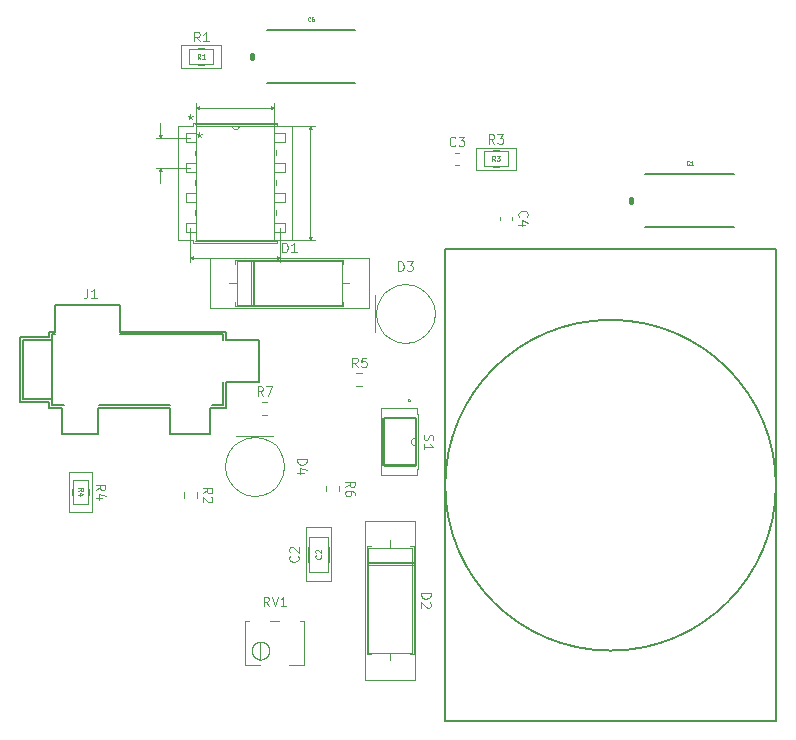
<source format=gbr>
%TF.GenerationSoftware,Flux,Pcbnew,7.0.11-7.0.11~ubuntu20.04.1*%
%TF.CreationDate,2024-06-09T09:19:32+00:00*%
%TF.ProjectId,input,696e7075-742e-46b6-9963-61645f706362,rev?*%
%TF.SameCoordinates,Original*%
%TF.FileFunction,Legend,Top*%
%TF.FilePolarity,Positive*%
%FSLAX46Y46*%
G04 Gerber Fmt 4.6, Leading zero omitted, Abs format (unit mm)*
G04 Filename: high-quality-audio-amplifier*
G04 Build it with Flux! Visit our site at: https://www.flux.ai (PCBNEW 7.0.11-7.0.11~ubuntu20.04.1) date 2024-06-09 09:19:32*
%MOMM*%
%LPD*%
G01*
G04 APERTURE LIST*
%ADD10C,0.057000*%
%ADD11C,0.095000*%
%ADD12C,0.047500*%
%ADD13C,0.037402*%
%ADD14C,0.095171*%
%ADD15C,0.095038*%
%ADD16C,0.152400*%
%ADD17C,0.100000*%
%ADD18C,0.120000*%
%ADD19C,0.050000*%
%ADD20C,0.400000*%
%ADD21C,0.200000*%
%ADD22C,0.127000*%
G04 APERTURE END LIST*
D10*
X-6673026Y-18226299D02*
X-6650169Y-18249156D01*
X-6650169Y-18249156D02*
X-6627311Y-18317728D01*
X-6627311Y-18317728D02*
X-6627311Y-18363442D01*
X-6627311Y-18363442D02*
X-6650169Y-18432013D01*
X-6650169Y-18432013D02*
X-6695883Y-18477728D01*
X-6695883Y-18477728D02*
X-6741597Y-18500585D01*
X-6741597Y-18500585D02*
X-6833026Y-18523442D01*
X-6833026Y-18523442D02*
X-6901597Y-18523442D01*
X-6901597Y-18523442D02*
X-6993026Y-18500585D01*
X-6993026Y-18500585D02*
X-7038740Y-18477728D01*
X-7038740Y-18477728D02*
X-7084454Y-18432013D01*
X-7084454Y-18432013D02*
X-7107311Y-18363442D01*
X-7107311Y-18363442D02*
X-7107311Y-18317728D01*
X-7107311Y-18317728D02*
X-7084454Y-18249156D01*
X-7084454Y-18249156D02*
X-7061597Y-18226299D01*
X-7061597Y-18043442D02*
X-7084454Y-18020585D01*
X-7084454Y-18020585D02*
X-7107311Y-17974871D01*
X-7107311Y-17974871D02*
X-7107311Y-17860585D01*
X-7107311Y-17860585D02*
X-7084454Y-17814871D01*
X-7084454Y-17814871D02*
X-7061597Y-17792013D01*
X-7061597Y-17792013D02*
X-7015883Y-17769156D01*
X-7015883Y-17769156D02*
X-6970169Y-17769156D01*
X-6970169Y-17769156D02*
X-6901597Y-17792013D01*
X-6901597Y-17792013D02*
X-6627311Y-18066299D01*
X-6627311Y-18066299D02*
X-6627311Y-17769156D01*
D11*
X-8607440Y-18279640D02*
X-8569345Y-18317736D01*
X-8569345Y-18317736D02*
X-8531249Y-18432021D01*
X-8531249Y-18432021D02*
X-8531249Y-18508212D01*
X-8531249Y-18508212D02*
X-8569345Y-18622498D01*
X-8569345Y-18622498D02*
X-8645535Y-18698688D01*
X-8645535Y-18698688D02*
X-8721725Y-18736783D01*
X-8721725Y-18736783D02*
X-8874106Y-18774879D01*
X-8874106Y-18774879D02*
X-8988392Y-18774879D01*
X-8988392Y-18774879D02*
X-9140773Y-18736783D01*
X-9140773Y-18736783D02*
X-9216964Y-18698688D01*
X-9216964Y-18698688D02*
X-9293154Y-18622498D01*
X-9293154Y-18622498D02*
X-9331249Y-18508212D01*
X-9331249Y-18508212D02*
X-9331249Y-18432021D01*
X-9331249Y-18432021D02*
X-9293154Y-18317736D01*
X-9293154Y-18317736D02*
X-9255059Y-18279640D01*
X-9255059Y-17974879D02*
X-9293154Y-17936783D01*
X-9293154Y-17936783D02*
X-9331249Y-17860593D01*
X-9331249Y-17860593D02*
X-9331249Y-17670117D01*
X-9331249Y-17670117D02*
X-9293154Y-17593926D01*
X-9293154Y-17593926D02*
X-9255059Y-17555831D01*
X-9255059Y-17555831D02*
X-9178868Y-17517736D01*
X-9178868Y-17517736D02*
X-9102678Y-17517736D01*
X-9102678Y-17517736D02*
X-8988392Y-17555831D01*
X-8988392Y-17555831D02*
X-8531249Y-18012974D01*
X-8531249Y-18012974D02*
X-8531249Y-17517736D01*
D12*
X8106733Y15163022D02*
X7973400Y15353498D01*
X7878162Y15163022D02*
X7878162Y15563022D01*
X7878162Y15563022D02*
X8030543Y15563022D01*
X8030543Y15563022D02*
X8068638Y15543974D01*
X8068638Y15543974D02*
X8087685Y15524927D01*
X8087685Y15524927D02*
X8106733Y15486831D01*
X8106733Y15486831D02*
X8106733Y15429689D01*
X8106733Y15429689D02*
X8087685Y15391593D01*
X8087685Y15391593D02*
X8068638Y15372546D01*
X8068638Y15372546D02*
X8030543Y15353498D01*
X8030543Y15353498D02*
X7878162Y15353498D01*
X8240066Y15563022D02*
X8487685Y15563022D01*
X8487685Y15563022D02*
X8354352Y15410641D01*
X8354352Y15410641D02*
X8411495Y15410641D01*
X8411495Y15410641D02*
X8449590Y15391593D01*
X8449590Y15391593D02*
X8468638Y15372546D01*
X8468638Y15372546D02*
X8487685Y15334450D01*
X8487685Y15334450D02*
X8487685Y15239212D01*
X8487685Y15239212D02*
X8468638Y15201117D01*
X8468638Y15201117D02*
X8449590Y15182070D01*
X8449590Y15182070D02*
X8411495Y15163022D01*
X8411495Y15163022D02*
X8297209Y15163022D01*
X8297209Y15163022D02*
X8259114Y15182070D01*
X8259114Y15182070D02*
X8240066Y15201117D01*
D11*
X8040067Y16630444D02*
X7773400Y17011397D01*
X7582924Y16630444D02*
X7582924Y17430444D01*
X7582924Y17430444D02*
X7887686Y17430444D01*
X7887686Y17430444D02*
X7963876Y17392349D01*
X7963876Y17392349D02*
X8001971Y17354254D01*
X8001971Y17354254D02*
X8040067Y17278063D01*
X8040067Y17278063D02*
X8040067Y17163778D01*
X8040067Y17163778D02*
X8001971Y17087587D01*
X8001971Y17087587D02*
X7963876Y17049492D01*
X7963876Y17049492D02*
X7887686Y17011397D01*
X7887686Y17011397D02*
X7582924Y17011397D01*
X8306733Y17430444D02*
X8801971Y17430444D01*
X8801971Y17430444D02*
X8535305Y17125682D01*
X8535305Y17125682D02*
X8649590Y17125682D01*
X8649590Y17125682D02*
X8725781Y17087587D01*
X8725781Y17087587D02*
X8763876Y17049492D01*
X8763876Y17049492D02*
X8801971Y16973301D01*
X8801971Y16973301D02*
X8801971Y16782825D01*
X8801971Y16782825D02*
X8763876Y16706635D01*
X8763876Y16706635D02*
X8725781Y16668540D01*
X8725781Y16668540D02*
X8649590Y16630444D01*
X8649590Y16630444D02*
X8421019Y16630444D01*
X8421019Y16630444D02*
X8344828Y16668540D01*
X8344828Y16668540D02*
X8306733Y16706635D01*
X-16930800Y17571144D02*
X-16930800Y17380668D01*
X-17121276Y17456859D02*
X-16930800Y17380668D01*
X-16930800Y17380668D02*
X-16740323Y17456859D01*
X-17045085Y17228287D02*
X-16930800Y17380668D01*
X-16930800Y17380668D02*
X-16816514Y17228287D01*
X-17692800Y19095144D02*
X-17692800Y18904668D01*
X-17883276Y18980859D02*
X-17692800Y18904668D01*
X-17692800Y18904668D02*
X-17502323Y18980859D01*
X-17807085Y18752287D02*
X-17692800Y18904668D01*
X-17692800Y18904668D02*
X-17578514Y18752287D01*
X1839049Y-21440221D02*
X2639049Y-21440221D01*
X2639049Y-21440221D02*
X2639049Y-21630697D01*
X2639049Y-21630697D02*
X2600954Y-21744983D01*
X2600954Y-21744983D02*
X2524764Y-21821173D01*
X2524764Y-21821173D02*
X2448573Y-21859268D01*
X2448573Y-21859268D02*
X2296192Y-21897364D01*
X2296192Y-21897364D02*
X2181906Y-21897364D01*
X2181906Y-21897364D02*
X2029525Y-21859268D01*
X2029525Y-21859268D02*
X1953335Y-21821173D01*
X1953335Y-21821173D02*
X1877145Y-21744983D01*
X1877145Y-21744983D02*
X1839049Y-21630697D01*
X1839049Y-21630697D02*
X1839049Y-21440221D01*
X2562859Y-22202125D02*
X2600954Y-22240221D01*
X2600954Y-22240221D02*
X2639049Y-22316411D01*
X2639049Y-22316411D02*
X2639049Y-22506887D01*
X2639049Y-22506887D02*
X2600954Y-22583078D01*
X2600954Y-22583078D02*
X2562859Y-22621173D01*
X2562859Y-22621173D02*
X2486668Y-22659268D01*
X2486668Y-22659268D02*
X2410478Y-22659268D01*
X2410478Y-22659268D02*
X2296192Y-22621173D01*
X2296192Y-22621173D02*
X1839049Y-22164030D01*
X1839049Y-22164030D02*
X1839049Y-22659268D01*
X2104240Y-8032073D02*
X2066144Y-8146359D01*
X2066144Y-8146359D02*
X2066144Y-8336835D01*
X2066144Y-8336835D02*
X2104240Y-8413026D01*
X2104240Y-8413026D02*
X2142335Y-8451121D01*
X2142335Y-8451121D02*
X2218525Y-8489216D01*
X2218525Y-8489216D02*
X2294716Y-8489216D01*
X2294716Y-8489216D02*
X2370906Y-8451121D01*
X2370906Y-8451121D02*
X2409001Y-8413026D01*
X2409001Y-8413026D02*
X2447097Y-8336835D01*
X2447097Y-8336835D02*
X2485192Y-8184454D01*
X2485192Y-8184454D02*
X2523287Y-8108264D01*
X2523287Y-8108264D02*
X2561382Y-8070169D01*
X2561382Y-8070169D02*
X2637573Y-8032073D01*
X2637573Y-8032073D02*
X2713763Y-8032073D01*
X2713763Y-8032073D02*
X2789954Y-8070169D01*
X2789954Y-8070169D02*
X2828049Y-8108264D01*
X2828049Y-8108264D02*
X2866144Y-8184454D01*
X2866144Y-8184454D02*
X2866144Y-8374931D01*
X2866144Y-8374931D02*
X2828049Y-8489216D01*
X2066144Y-9251121D02*
X2066144Y-8793978D01*
X2066144Y-9022550D02*
X2866144Y-9022550D01*
X2866144Y-9022550D02*
X2751859Y-8946359D01*
X2751859Y-8946359D02*
X2675668Y-8870169D01*
X2675668Y-8870169D02*
X2637573Y-8793978D01*
D12*
X-16846966Y23808522D02*
X-16980299Y23998998D01*
X-17075537Y23808522D02*
X-17075537Y24208522D01*
X-17075537Y24208522D02*
X-16923156Y24208522D01*
X-16923156Y24208522D02*
X-16885061Y24189474D01*
X-16885061Y24189474D02*
X-16866014Y24170427D01*
X-16866014Y24170427D02*
X-16846966Y24132331D01*
X-16846966Y24132331D02*
X-16846966Y24075189D01*
X-16846966Y24075189D02*
X-16866014Y24037093D01*
X-16866014Y24037093D02*
X-16885061Y24018046D01*
X-16885061Y24018046D02*
X-16923156Y23998998D01*
X-16923156Y23998998D02*
X-17075537Y23998998D01*
X-16466014Y23808522D02*
X-16694585Y23808522D01*
X-16580299Y23808522D02*
X-16580299Y24208522D01*
X-16580299Y24208522D02*
X-16618395Y24151379D01*
X-16618395Y24151379D02*
X-16656490Y24113284D01*
X-16656490Y24113284D02*
X-16694585Y24094236D01*
D11*
X-16913632Y25275944D02*
X-17180299Y25656897D01*
X-17370775Y25275944D02*
X-17370775Y26075944D01*
X-17370775Y26075944D02*
X-17066013Y26075944D01*
X-17066013Y26075944D02*
X-16989823Y26037849D01*
X-16989823Y26037849D02*
X-16951728Y25999754D01*
X-16951728Y25999754D02*
X-16913632Y25923563D01*
X-16913632Y25923563D02*
X-16913632Y25809278D01*
X-16913632Y25809278D02*
X-16951728Y25733087D01*
X-16951728Y25733087D02*
X-16989823Y25694992D01*
X-16989823Y25694992D02*
X-17066013Y25656897D01*
X-17066013Y25656897D02*
X-17370775Y25656897D01*
X-16151728Y25275944D02*
X-16608871Y25275944D01*
X-16380299Y25275944D02*
X-16380299Y26075944D01*
X-16380299Y26075944D02*
X-16456490Y25961659D01*
X-16456490Y25961659D02*
X-16532680Y25885468D01*
X-16532680Y25885468D02*
X-16608871Y25847373D01*
X-11040689Y-22525855D02*
X-11307356Y-22144902D01*
X-11497832Y-22525855D02*
X-11497832Y-21725855D01*
X-11497832Y-21725855D02*
X-11193070Y-21725855D01*
X-11193070Y-21725855D02*
X-11116880Y-21763950D01*
X-11116880Y-21763950D02*
X-11078785Y-21802045D01*
X-11078785Y-21802045D02*
X-11040689Y-21878236D01*
X-11040689Y-21878236D02*
X-11040689Y-21992521D01*
X-11040689Y-21992521D02*
X-11078785Y-22068712D01*
X-11078785Y-22068712D02*
X-11116880Y-22106807D01*
X-11116880Y-22106807D02*
X-11193070Y-22144902D01*
X-11193070Y-22144902D02*
X-11497832Y-22144902D01*
X-10812118Y-21725855D02*
X-10545451Y-22525855D01*
X-10545451Y-22525855D02*
X-10278785Y-21725855D01*
X-9593071Y-22525855D02*
X-10050214Y-22525855D01*
X-9821642Y-22525855D02*
X-9821642Y-21725855D01*
X-9821642Y-21725855D02*
X-9897833Y-21840140D01*
X-9897833Y-21840140D02*
X-9974023Y-21916331D01*
X-9974023Y-21916331D02*
X-10050214Y-21954426D01*
D12*
X-27175577Y-12797933D02*
X-26985101Y-12664600D01*
X-27175577Y-12569362D02*
X-26775577Y-12569362D01*
X-26775577Y-12569362D02*
X-26775577Y-12721743D01*
X-26775577Y-12721743D02*
X-26794625Y-12759838D01*
X-26794625Y-12759838D02*
X-26813672Y-12778885D01*
X-26813672Y-12778885D02*
X-26851768Y-12797933D01*
X-26851768Y-12797933D02*
X-26908910Y-12797933D01*
X-26908910Y-12797933D02*
X-26947006Y-12778885D01*
X-26947006Y-12778885D02*
X-26966053Y-12759838D01*
X-26966053Y-12759838D02*
X-26985101Y-12721743D01*
X-26985101Y-12721743D02*
X-26985101Y-12569362D01*
X-26908910Y-13140790D02*
X-27175577Y-13140790D01*
X-26756530Y-13045552D02*
X-27042244Y-12950314D01*
X-27042244Y-12950314D02*
X-27042244Y-13197933D01*
D11*
X-25708155Y-12731265D02*
X-25327202Y-12464598D01*
X-25708155Y-12274122D02*
X-24908155Y-12274122D01*
X-24908155Y-12274122D02*
X-24908155Y-12578884D01*
X-24908155Y-12578884D02*
X-24946250Y-12655074D01*
X-24946250Y-12655074D02*
X-24984345Y-12693169D01*
X-24984345Y-12693169D02*
X-25060536Y-12731265D01*
X-25060536Y-12731265D02*
X-25174821Y-12731265D01*
X-25174821Y-12731265D02*
X-25251012Y-12693169D01*
X-25251012Y-12693169D02*
X-25289107Y-12655074D01*
X-25289107Y-12655074D02*
X-25327202Y-12578884D01*
X-25327202Y-12578884D02*
X-25327202Y-12274122D01*
X-25174821Y-13416979D02*
X-25708155Y-13416979D01*
X-24870060Y-13226503D02*
X-25441488Y-13036026D01*
X-25441488Y-13036026D02*
X-25441488Y-13531265D01*
X10156635Y10424633D02*
X10118540Y10462729D01*
X10118540Y10462729D02*
X10080444Y10577014D01*
X10080444Y10577014D02*
X10080444Y10653205D01*
X10080444Y10653205D02*
X10118540Y10767491D01*
X10118540Y10767491D02*
X10194730Y10843681D01*
X10194730Y10843681D02*
X10270920Y10881776D01*
X10270920Y10881776D02*
X10423301Y10919872D01*
X10423301Y10919872D02*
X10537587Y10919872D01*
X10537587Y10919872D02*
X10689968Y10881776D01*
X10689968Y10881776D02*
X10766159Y10843681D01*
X10766159Y10843681D02*
X10842349Y10767491D01*
X10842349Y10767491D02*
X10880444Y10653205D01*
X10880444Y10653205D02*
X10880444Y10577014D01*
X10880444Y10577014D02*
X10842349Y10462729D01*
X10842349Y10462729D02*
X10804254Y10424633D01*
X10613778Y9738919D02*
X10080444Y9738919D01*
X10918540Y9929395D02*
X10347111Y10119872D01*
X10347111Y10119872D02*
X10347111Y9624633D01*
X-8648054Y-10091620D02*
X-7848054Y-10091620D01*
X-7848054Y-10091620D02*
X-7848054Y-10282096D01*
X-7848054Y-10282096D02*
X-7886149Y-10396382D01*
X-7886149Y-10396382D02*
X-7962339Y-10472572D01*
X-7962339Y-10472572D02*
X-8038530Y-10510667D01*
X-8038530Y-10510667D02*
X-8190911Y-10548763D01*
X-8190911Y-10548763D02*
X-8305197Y-10548763D01*
X-8305197Y-10548763D02*
X-8457578Y-10510667D01*
X-8457578Y-10510667D02*
X-8533768Y-10472572D01*
X-8533768Y-10472572D02*
X-8609959Y-10396382D01*
X-8609959Y-10396382D02*
X-8648054Y-10282096D01*
X-8648054Y-10282096D02*
X-8648054Y-10091620D01*
X-8114720Y-11234477D02*
X-8648054Y-11234477D01*
X-7809959Y-11044001D02*
X-8381387Y-10853524D01*
X-8381387Y-10853524D02*
X-8381387Y-11348763D01*
X4744467Y16486635D02*
X4706371Y16448540D01*
X4706371Y16448540D02*
X4592086Y16410444D01*
X4592086Y16410444D02*
X4515895Y16410444D01*
X4515895Y16410444D02*
X4401609Y16448540D01*
X4401609Y16448540D02*
X4325419Y16524730D01*
X4325419Y16524730D02*
X4287324Y16600920D01*
X4287324Y16600920D02*
X4249228Y16753301D01*
X4249228Y16753301D02*
X4249228Y16867587D01*
X4249228Y16867587D02*
X4287324Y17019968D01*
X4287324Y17019968D02*
X4325419Y17096159D01*
X4325419Y17096159D02*
X4401609Y17172349D01*
X4401609Y17172349D02*
X4515895Y17210444D01*
X4515895Y17210444D02*
X4592086Y17210444D01*
X4592086Y17210444D02*
X4706371Y17172349D01*
X4706371Y17172349D02*
X4744467Y17134254D01*
X5011133Y17210444D02*
X5506371Y17210444D01*
X5506371Y17210444D02*
X5239705Y16905682D01*
X5239705Y16905682D02*
X5353990Y16905682D01*
X5353990Y16905682D02*
X5430181Y16867587D01*
X5430181Y16867587D02*
X5468276Y16829492D01*
X5468276Y16829492D02*
X5506371Y16753301D01*
X5506371Y16753301D02*
X5506371Y16562825D01*
X5506371Y16562825D02*
X5468276Y16486635D01*
X5468276Y16486635D02*
X5430181Y16448540D01*
X5430181Y16448540D02*
X5353990Y16410444D01*
X5353990Y16410444D02*
X5125419Y16410444D01*
X5125419Y16410444D02*
X5049228Y16448540D01*
X5049228Y16448540D02*
X5011133Y16486635D01*
D13*
X24530906Y14864334D02*
X24515908Y14849336D01*
X24515908Y14849336D02*
X24470914Y14834337D01*
X24470914Y14834337D02*
X24440918Y14834337D01*
X24440918Y14834337D02*
X24395923Y14849336D01*
X24395923Y14849336D02*
X24365927Y14879332D01*
X24365927Y14879332D02*
X24350929Y14909328D01*
X24350929Y14909328D02*
X24335931Y14969320D01*
X24335931Y14969320D02*
X24335931Y15014315D01*
X24335931Y15014315D02*
X24350929Y15074307D01*
X24350929Y15074307D02*
X24365927Y15104303D01*
X24365927Y15104303D02*
X24395923Y15134299D01*
X24395923Y15134299D02*
X24440918Y15149297D01*
X24440918Y15149297D02*
X24470914Y15149297D01*
X24470914Y15149297D02*
X24515908Y15134299D01*
X24515908Y15134299D02*
X24530906Y15119301D01*
X24830868Y14834337D02*
X24650891Y14834337D01*
X24740879Y14834337D02*
X24740879Y15149297D01*
X24740879Y15149297D02*
X24710883Y15104303D01*
X24710883Y15104303D02*
X24680887Y15074307D01*
X24680887Y15074307D02*
X24650891Y15059309D01*
D14*
D15*
X-26436373Y4339618D02*
X-26436373Y3767961D01*
X-26436373Y3767961D02*
X-26474484Y3653629D01*
X-26474484Y3653629D02*
X-26550705Y3577409D01*
X-26550705Y3577409D02*
X-26665036Y3539298D01*
X-26665036Y3539298D02*
X-26741257Y3539298D01*
X-25636053Y3539298D02*
X-26093379Y3539298D01*
X-25864716Y3539298D02*
X-25864716Y4339618D01*
X-25864716Y4339618D02*
X-25940937Y4225287D01*
X-25940937Y4225287D02*
X-26017158Y4149066D01*
X-26017158Y4149066D02*
X-26093379Y4110955D01*
D11*
X-4586355Y-12446866D02*
X-4205402Y-12180199D01*
X-4586355Y-11989723D02*
X-3786355Y-11989723D01*
X-3786355Y-11989723D02*
X-3786355Y-12294485D01*
X-3786355Y-12294485D02*
X-3824450Y-12370675D01*
X-3824450Y-12370675D02*
X-3862545Y-12408770D01*
X-3862545Y-12408770D02*
X-3938736Y-12446866D01*
X-3938736Y-12446866D02*
X-4053021Y-12446866D01*
X-4053021Y-12446866D02*
X-4129212Y-12408770D01*
X-4129212Y-12408770D02*
X-4167307Y-12370675D01*
X-4167307Y-12370675D02*
X-4205402Y-12294485D01*
X-4205402Y-12294485D02*
X-4205402Y-11989723D01*
X-3786355Y-13132580D02*
X-3786355Y-12980199D01*
X-3786355Y-12980199D02*
X-3824450Y-12904008D01*
X-3824450Y-12904008D02*
X-3862545Y-12865913D01*
X-3862545Y-12865913D02*
X-3976831Y-12789723D01*
X-3976831Y-12789723D02*
X-4129212Y-12751627D01*
X-4129212Y-12751627D02*
X-4433974Y-12751627D01*
X-4433974Y-12751627D02*
X-4510164Y-12789723D01*
X-4510164Y-12789723D02*
X-4548260Y-12827818D01*
X-4548260Y-12827818D02*
X-4586355Y-12904008D01*
X-4586355Y-12904008D02*
X-4586355Y-13056389D01*
X-4586355Y-13056389D02*
X-4548260Y-13132580D01*
X-4548260Y-13132580D02*
X-4510164Y-13170675D01*
X-4510164Y-13170675D02*
X-4433974Y-13208770D01*
X-4433974Y-13208770D02*
X-4243498Y-13208770D01*
X-4243498Y-13208770D02*
X-4167307Y-13170675D01*
X-4167307Y-13170675D02*
X-4129212Y-13132580D01*
X-4129212Y-13132580D02*
X-4091117Y-13056389D01*
X-4091117Y-13056389D02*
X-4091117Y-12904008D01*
X-4091117Y-12904008D02*
X-4129212Y-12827818D01*
X-4129212Y-12827818D02*
X-4167307Y-12789723D01*
X-4167307Y-12789723D02*
X-4243498Y-12751627D01*
X-16628155Y-12988366D02*
X-16247202Y-12721699D01*
X-16628155Y-12531223D02*
X-15828155Y-12531223D01*
X-15828155Y-12531223D02*
X-15828155Y-12835985D01*
X-15828155Y-12835985D02*
X-15866250Y-12912175D01*
X-15866250Y-12912175D02*
X-15904345Y-12950270D01*
X-15904345Y-12950270D02*
X-15980536Y-12988366D01*
X-15980536Y-12988366D02*
X-16094821Y-12988366D01*
X-16094821Y-12988366D02*
X-16171012Y-12950270D01*
X-16171012Y-12950270D02*
X-16209107Y-12912175D01*
X-16209107Y-12912175D02*
X-16247202Y-12835985D01*
X-16247202Y-12835985D02*
X-16247202Y-12531223D01*
X-15904345Y-13293127D02*
X-15866250Y-13331223D01*
X-15866250Y-13331223D02*
X-15828155Y-13407413D01*
X-15828155Y-13407413D02*
X-15828155Y-13597889D01*
X-15828155Y-13597889D02*
X-15866250Y-13674080D01*
X-15866250Y-13674080D02*
X-15904345Y-13712175D01*
X-15904345Y-13712175D02*
X-15980536Y-13750270D01*
X-15980536Y-13750270D02*
X-16056726Y-13750270D01*
X-16056726Y-13750270D02*
X-16171012Y-13712175D01*
X-16171012Y-13712175D02*
X-16628155Y-13255032D01*
X-16628155Y-13255032D02*
X-16628155Y-13750270D01*
X-11551232Y-4727955D02*
X-11817899Y-4347002D01*
X-12008375Y-4727955D02*
X-12008375Y-3927955D01*
X-12008375Y-3927955D02*
X-11703613Y-3927955D01*
X-11703613Y-3927955D02*
X-11627423Y-3966050D01*
X-11627423Y-3966050D02*
X-11589328Y-4004145D01*
X-11589328Y-4004145D02*
X-11551232Y-4080336D01*
X-11551232Y-4080336D02*
X-11551232Y-4194621D01*
X-11551232Y-4194621D02*
X-11589328Y-4270812D01*
X-11589328Y-4270812D02*
X-11627423Y-4308907D01*
X-11627423Y-4308907D02*
X-11703613Y-4347002D01*
X-11703613Y-4347002D02*
X-12008375Y-4347002D01*
X-11284566Y-3927955D02*
X-10751232Y-3927955D01*
X-10751232Y-3927955D02*
X-11094090Y-4727955D01*
D13*
X-7545393Y27047334D02*
X-7560391Y27032336D01*
X-7560391Y27032336D02*
X-7605385Y27017337D01*
X-7605385Y27017337D02*
X-7635381Y27017337D01*
X-7635381Y27017337D02*
X-7680376Y27032336D01*
X-7680376Y27032336D02*
X-7710372Y27062332D01*
X-7710372Y27062332D02*
X-7725370Y27092328D01*
X-7725370Y27092328D02*
X-7740368Y27152320D01*
X-7740368Y27152320D02*
X-7740368Y27197315D01*
X-7740368Y27197315D02*
X-7725370Y27257307D01*
X-7725370Y27257307D02*
X-7710372Y27287303D01*
X-7710372Y27287303D02*
X-7680376Y27317299D01*
X-7680376Y27317299D02*
X-7635381Y27332297D01*
X-7635381Y27332297D02*
X-7605385Y27332297D01*
X-7605385Y27332297D02*
X-7560391Y27317299D01*
X-7560391Y27317299D02*
X-7545393Y27302301D01*
X-7275427Y27332297D02*
X-7335420Y27332297D01*
X-7335420Y27332297D02*
X-7365416Y27317299D01*
X-7365416Y27317299D02*
X-7380414Y27302301D01*
X-7380414Y27302301D02*
X-7410410Y27257307D01*
X-7410410Y27257307D02*
X-7425408Y27197315D01*
X-7425408Y27197315D02*
X-7425408Y27077330D01*
X-7425408Y27077330D02*
X-7410410Y27047334D01*
X-7410410Y27047334D02*
X-7395412Y27032336D01*
X-7395412Y27032336D02*
X-7365416Y27017337D01*
X-7365416Y27017337D02*
X-7305423Y27017337D01*
X-7305423Y27017337D02*
X-7275427Y27032336D01*
X-7275427Y27032336D02*
X-7260429Y27047334D01*
X-7260429Y27047334D02*
X-7245431Y27077330D01*
X-7245431Y27077330D02*
X-7245431Y27152320D01*
X-7245431Y27152320D02*
X-7260429Y27182316D01*
X-7260429Y27182316D02*
X-7275427Y27197315D01*
X-7275427Y27197315D02*
X-7305423Y27212313D01*
X-7305423Y27212313D02*
X-7365416Y27212313D01*
X-7365416Y27212313D02*
X-7395412Y27197315D01*
X-7395412Y27197315D02*
X-7410410Y27182316D01*
X-7410410Y27182316D02*
X-7425408Y27152320D01*
D11*
X-86275Y5848244D02*
X-86275Y6648244D01*
X-86275Y6648244D02*
X104200Y6648244D01*
X104200Y6648244D02*
X218486Y6610149D01*
X218486Y6610149D02*
X294676Y6533959D01*
X294676Y6533959D02*
X332771Y6457768D01*
X332771Y6457768D02*
X370867Y6305387D01*
X370867Y6305387D02*
X370867Y6191101D01*
X370867Y6191101D02*
X332771Y6038720D01*
X332771Y6038720D02*
X294676Y5962530D01*
X294676Y5962530D02*
X218486Y5886340D01*
X218486Y5886340D02*
X104200Y5848244D01*
X104200Y5848244D02*
X-86275Y5848244D01*
X637533Y6648244D02*
X1132771Y6648244D01*
X1132771Y6648244D02*
X866105Y6343482D01*
X866105Y6343482D02*
X980390Y6343482D01*
X980390Y6343482D02*
X1056581Y6305387D01*
X1056581Y6305387D02*
X1094676Y6267292D01*
X1094676Y6267292D02*
X1132771Y6191101D01*
X1132771Y6191101D02*
X1132771Y6000625D01*
X1132771Y6000625D02*
X1094676Y5924435D01*
X1094676Y5924435D02*
X1056581Y5886340D01*
X1056581Y5886340D02*
X980390Y5848244D01*
X980390Y5848244D02*
X751819Y5848244D01*
X751819Y5848244D02*
X675628Y5886340D01*
X675628Y5886340D02*
X637533Y5924435D01*
X-3542832Y-2287455D02*
X-3809499Y-1906502D01*
X-3999975Y-2287455D02*
X-3999975Y-1487455D01*
X-3999975Y-1487455D02*
X-3695213Y-1487455D01*
X-3695213Y-1487455D02*
X-3619023Y-1525550D01*
X-3619023Y-1525550D02*
X-3580928Y-1563645D01*
X-3580928Y-1563645D02*
X-3542832Y-1639836D01*
X-3542832Y-1639836D02*
X-3542832Y-1754121D01*
X-3542832Y-1754121D02*
X-3580928Y-1830312D01*
X-3580928Y-1830312D02*
X-3619023Y-1868407D01*
X-3619023Y-1868407D02*
X-3695213Y-1906502D01*
X-3695213Y-1906502D02*
X-3999975Y-1906502D01*
X-2819023Y-1487455D02*
X-3199975Y-1487455D01*
X-3199975Y-1487455D02*
X-3238071Y-1868407D01*
X-3238071Y-1868407D02*
X-3199975Y-1830312D01*
X-3199975Y-1830312D02*
X-3123785Y-1792217D01*
X-3123785Y-1792217D02*
X-2933309Y-1792217D01*
X-2933309Y-1792217D02*
X-2857118Y-1830312D01*
X-2857118Y-1830312D02*
X-2819023Y-1868407D01*
X-2819023Y-1868407D02*
X-2780928Y-1944598D01*
X-2780928Y-1944598D02*
X-2780928Y-2135074D01*
X-2780928Y-2135074D02*
X-2819023Y-2211264D01*
X-2819023Y-2211264D02*
X-2857118Y-2249360D01*
X-2857118Y-2249360D02*
X-2933309Y-2287455D01*
X-2933309Y-2287455D02*
X-3123785Y-2287455D01*
X-3123785Y-2287455D02*
X-3199975Y-2249360D01*
X-3199975Y-2249360D02*
X-3238071Y-2211264D01*
X-9904975Y7438944D02*
X-9904975Y8238944D01*
X-9904975Y8238944D02*
X-9714499Y8238944D01*
X-9714499Y8238944D02*
X-9600213Y8200849D01*
X-9600213Y8200849D02*
X-9524023Y8124659D01*
X-9524023Y8124659D02*
X-9485928Y8048468D01*
X-9485928Y8048468D02*
X-9447832Y7896087D01*
X-9447832Y7896087D02*
X-9447832Y7781801D01*
X-9447832Y7781801D02*
X-9485928Y7629420D01*
X-9485928Y7629420D02*
X-9524023Y7553230D01*
X-9524023Y7553230D02*
X-9600213Y7477040D01*
X-9600213Y7477040D02*
X-9714499Y7438944D01*
X-9714499Y7438944D02*
X-9904975Y7438944D01*
X-8685928Y7438944D02*
X-9143071Y7438944D01*
X-8914499Y7438944D02*
X-8914499Y8238944D01*
X-8914499Y8238944D02*
X-8990690Y8124659D01*
X-8990690Y8124659D02*
X-9066880Y8048468D01*
X-9066880Y8048468D02*
X-9143071Y8010373D01*
D16*
%TO.C,*%
X31883400Y-12296700D02*
G75*
G03*
X3883400Y-12296700I-14000000J0D01*
G01*
X3883400Y-12296700D02*
G75*
G03*
X31883400Y-12296700I14000000J0D01*
G01*
D17*
X-7646399Y-19646303D02*
X-6046399Y-19646297D01*
X-6046399Y-19646297D02*
X-6046410Y-16646297D01*
X-6046410Y-16646297D02*
X-7646410Y-16646303D01*
X-7646410Y-16646303D02*
X-7646399Y-19646303D01*
D18*
X-7766402Y-18775303D02*
X-7766407Y-17517303D01*
X-5926402Y-18775297D02*
X-5926407Y-17517297D01*
D19*
X-7896396Y-20446304D02*
X-5796396Y-20446296D01*
X-5796396Y-20446296D02*
X-5796413Y-15846296D01*
X-5796413Y-15846296D02*
X-7896413Y-15846304D01*
X-7896413Y-15846304D02*
X-7896396Y-20446304D01*
D17*
X9173400Y15970600D02*
X9173400Y14720600D01*
X7173400Y14720600D02*
X7173400Y15970600D01*
X9173400Y15970600D02*
X7173400Y15970600D01*
X7173400Y14720600D02*
X9173400Y14720600D01*
D19*
X9853400Y14395600D02*
X6493400Y14395600D01*
X9853400Y16295600D02*
X9853400Y14395600D01*
X6493400Y16295600D02*
X9853400Y16295600D01*
X6493400Y14395600D02*
X6493400Y16295600D01*
D18*
X7946300Y14610600D02*
X8400500Y14610600D01*
X7946300Y16080600D02*
X8400500Y16080600D01*
D17*
X-13578000Y18152300D02*
X-13580608Y18112516D01*
X-13580608Y18112516D02*
X-13588386Y18073412D01*
X-13588386Y18073412D02*
X-13601202Y18035658D01*
X-13601202Y18035658D02*
X-13618835Y17999900D01*
X-13618835Y17999900D02*
X-13640986Y17966750D01*
X-13640986Y17966750D02*
X-13667274Y17936774D01*
X-13667274Y17936774D02*
X-13697250Y17910486D01*
X-13697250Y17910486D02*
X-13730400Y17888335D01*
X-13730400Y17888335D02*
X-13766158Y17870702D01*
X-13766158Y17870702D02*
X-13803912Y17857886D01*
X-13803912Y17857886D02*
X-13843016Y17850108D01*
X-13843016Y17850108D02*
X-13882800Y17847500D01*
X-13882800Y17847500D02*
X-13922584Y17850108D01*
X-13922584Y17850108D02*
X-13961688Y17857886D01*
X-13961688Y17857886D02*
X-13999442Y17870702D01*
X-13999442Y17870702D02*
X-14035200Y17888335D01*
X-14035200Y17888335D02*
X-14068350Y17910486D01*
X-14068350Y17910486D02*
X-14098326Y17936774D01*
X-14098326Y17936774D02*
X-14124614Y17966750D01*
X-14124614Y17966750D02*
X-14146765Y17999900D01*
X-14146765Y17999900D02*
X-14164398Y18035658D01*
X-14164398Y18035658D02*
X-14177214Y18073412D01*
X-14177214Y18073412D02*
X-14184992Y18112516D01*
X-14184992Y18112516D02*
X-14187600Y18152300D01*
X-17184800Y16729900D02*
X-17184800Y17542700D01*
X-17184800Y17542700D02*
X-18099200Y17542700D01*
X-18099200Y17542700D02*
X-18099200Y16729900D01*
X-18099200Y16729900D02*
X-17184800Y16729900D01*
X-17184800Y14189900D02*
X-17184800Y15002700D01*
X-17184800Y15002700D02*
X-18099200Y15002700D01*
X-18099200Y15002700D02*
X-18099200Y14189900D01*
X-18099200Y14189900D02*
X-17184800Y14189900D01*
X-17184800Y11649900D02*
X-17184800Y12462700D01*
X-17184800Y12462700D02*
X-18099200Y12462700D01*
X-18099200Y12462700D02*
X-18099200Y11649900D01*
X-18099200Y11649900D02*
X-17184800Y11649900D01*
X-17184800Y9109900D02*
X-17184800Y9922700D01*
X-17184800Y9922700D02*
X-18099200Y9922700D01*
X-18099200Y9922700D02*
X-18099200Y9109900D01*
X-18099200Y9109900D02*
X-17184800Y9109900D01*
X-10580800Y9922700D02*
X-10580800Y9109900D01*
X-10580800Y9109900D02*
X-9666400Y9109900D01*
X-9666400Y9109900D02*
X-9666400Y9922700D01*
X-9666400Y9922700D02*
X-10580800Y9922700D01*
X-10580800Y12462700D02*
X-10580800Y11649900D01*
X-10580800Y11649900D02*
X-9666400Y11649900D01*
X-9666400Y11649900D02*
X-9666400Y12462700D01*
X-9666400Y12462700D02*
X-10580800Y12462700D01*
X-10580800Y15002700D02*
X-10580800Y14189900D01*
X-10580800Y14189900D02*
X-9666400Y14189900D01*
X-9666400Y14189900D02*
X-9666400Y15002700D01*
X-9666400Y15002700D02*
X-10580800Y15002700D01*
X-10580800Y17542700D02*
X-10580800Y16729900D01*
X-10580800Y16729900D02*
X-9666400Y16729900D01*
X-9666400Y16729900D02*
X-9666400Y17542700D01*
X-9666400Y17542700D02*
X-10580800Y17542700D01*
X-17184800Y8500300D02*
X-10580800Y8500300D01*
X-10580800Y8500300D02*
X-10580800Y18152300D01*
X-10580800Y18152300D02*
X-17184800Y18152300D01*
X-17184800Y18152300D02*
X-17184800Y8500300D01*
D19*
X-18708800Y8500300D02*
X-18708800Y18152300D01*
X-18708800Y18152300D02*
X-17438800Y18152300D01*
X-9056800Y18152300D02*
X-10326800Y18152300D01*
X-9056800Y18152300D02*
X-9056800Y8500300D01*
X-9056800Y8500300D02*
X-10326800Y8500300D01*
X-17438800Y8500300D02*
X-18708800Y8500300D01*
X-17438800Y8246300D02*
X-17438800Y8500300D01*
X-17438800Y18152300D02*
X-17438800Y18406300D01*
X-17438800Y18406300D02*
X-10326800Y18406300D01*
X-10326800Y18406300D02*
X-10326800Y18152300D01*
X-10326800Y8500300D02*
X-10326800Y8246300D01*
X-10326800Y8246300D02*
X-17438800Y8246300D01*
D17*
X-17692800Y17136300D02*
X-20613800Y17136300D01*
X-17692800Y14596300D02*
X-20613800Y14596300D01*
X-20232800Y17136300D02*
X-20232800Y18406300D01*
X-20232800Y14596300D02*
X-20232800Y13326300D01*
X-20232800Y17136300D02*
X-20359800Y17390300D01*
X-20232800Y17136300D02*
X-20105800Y17390300D01*
X-20359800Y17390300D02*
X-20105800Y17390300D01*
X-20232800Y14596300D02*
X-20359800Y14342300D01*
X-20232800Y14596300D02*
X-20105800Y14342300D01*
X-20359800Y14342300D02*
X-20105800Y14342300D01*
X-17692800Y9516300D02*
X-17692800Y6595300D01*
X-10072800Y9516300D02*
X-10072800Y6595300D01*
X-17692800Y6976300D02*
X-10072800Y6976300D01*
X-17692800Y6976300D02*
X-17438800Y7103300D01*
X-17692800Y6976300D02*
X-17438800Y6849300D01*
X-17438800Y7103300D02*
X-17438800Y6849300D01*
X-10072800Y6976300D02*
X-10326800Y7103300D01*
X-10072800Y6976300D02*
X-10326800Y6849300D01*
X-10326800Y7103300D02*
X-10326800Y6849300D01*
X-17184800Y9516300D02*
X-17184800Y20057300D01*
X-10580800Y9516300D02*
X-10580800Y20057300D01*
X-17184800Y19676300D02*
X-10580800Y19676300D01*
X-17184800Y19676300D02*
X-16930800Y19803300D01*
X-17184800Y19676300D02*
X-16930800Y19549300D01*
X-16930800Y19803300D02*
X-16930800Y19549300D01*
X-10580800Y19676300D02*
X-10834800Y19803300D01*
X-10580800Y19676300D02*
X-10834800Y19549300D01*
X-10834800Y19803300D02*
X-10834800Y19549300D01*
X-13882800Y18152300D02*
X-7151800Y18152300D01*
X-13882800Y8500300D02*
X-7151800Y8500300D01*
X-7532800Y18152300D02*
X-7532800Y8500300D01*
X-7532800Y18152300D02*
X-7659800Y17898300D01*
X-7532800Y18152300D02*
X-7405800Y17898300D01*
X-7659800Y17898300D02*
X-7405800Y17898300D01*
X-7532800Y8500300D02*
X-7659800Y8754300D01*
X-7532800Y8500300D02*
X-7405800Y8754300D01*
X-7659800Y8754300D02*
X-7405800Y8754300D01*
D18*
X-17311800Y8373300D02*
X-10453800Y8373300D01*
X-10453800Y10542600D02*
X-10453800Y11030000D01*
X-10453800Y18279300D02*
X-17311800Y18279300D01*
X-17311800Y16041600D02*
X-17311800Y15622600D01*
X-17311800Y13570000D02*
X-17311800Y13082600D01*
X-17311800Y11030000D02*
X-17311800Y10542600D01*
X-10453800Y13082600D02*
X-10453800Y13570000D01*
X-10453800Y15622600D02*
X-10453800Y16110000D01*
D19*
X-9056800Y8500300D02*
X-9056800Y18152300D01*
X-9056800Y18152300D02*
X-10326800Y18152300D01*
X-10326800Y18152300D02*
X-10326800Y18406300D01*
X-10326800Y18406300D02*
X-17438800Y18406300D01*
X-17438800Y18406300D02*
X-17438800Y18152300D01*
X-17438800Y18152300D02*
X-18708800Y18152300D01*
X-18708800Y18152300D02*
X-18708800Y8500300D01*
X-18708800Y8500300D02*
X-17438800Y8500300D01*
X-17438800Y8500300D02*
X-17438800Y8246300D01*
X-17438800Y8246300D02*
X-10326800Y8246300D01*
X-10326800Y8246300D02*
X-10326800Y8500300D01*
X-10326800Y8500300D02*
X-9056800Y8500300D01*
D17*
X1084201Y-17580698D02*
X-2615799Y-17580702D01*
X-2615799Y-17580702D02*
X-2615790Y-26480702D01*
X-2615790Y-26480702D02*
X1084210Y-26480698D01*
X1084210Y-26480698D02*
X1084201Y-17580698D01*
X-765800Y-16950700D02*
X-765799Y-17580700D01*
X-765790Y-27110700D02*
X-765790Y-26480700D01*
X1084202Y-18915698D02*
X-2615798Y-18915702D01*
X1084202Y-19015698D02*
X-2615798Y-19015702D01*
X1084202Y-18815698D02*
X-2615798Y-18815702D01*
D18*
X874201Y-17460698D02*
X1204201Y-17460698D01*
X1204201Y-17460698D02*
X1204210Y-26600698D01*
X1204210Y-26600698D02*
X874210Y-26600698D01*
X-2405799Y-17460702D02*
X-2735799Y-17460702D01*
X-2735799Y-17460702D02*
X-2735790Y-26600702D01*
X-2735790Y-26600702D02*
X-2405790Y-26600702D01*
X1204202Y-18915698D02*
X-2735798Y-18915702D01*
X1204202Y-19035698D02*
X-2735798Y-19035702D01*
X1204202Y-18795698D02*
X-2735798Y-18795702D01*
D19*
X1334198Y-15300698D02*
X-2865802Y-15300702D01*
X-2865802Y-15300702D02*
X-2865788Y-28760702D01*
X-2865788Y-28760702D02*
X1334212Y-28760698D01*
X1334212Y-28760698D02*
X1334198Y-15300698D01*
D16*
X-1380602Y-6607401D02*
X-1380598Y-10607401D01*
X1292898Y-6590799D02*
X-1307102Y-6590801D01*
X1380798Y-6573499D02*
X1380802Y-10573499D01*
X1292902Y-10590799D02*
X-1307098Y-10590801D01*
D17*
X1288300Y-8895599D02*
X1248516Y-8892991D01*
X1248516Y-8892991D02*
X1209412Y-8885213D01*
X1209412Y-8885213D02*
X1171658Y-8872397D01*
X1171658Y-8872397D02*
X1135900Y-8854763D01*
X1135900Y-8854763D02*
X1102750Y-8832613D01*
X1102750Y-8832613D02*
X1072774Y-8806325D01*
X1072774Y-8806325D02*
X1046486Y-8776349D01*
X1046486Y-8776349D02*
X1024336Y-8743199D01*
X1024336Y-8743199D02*
X1006702Y-8707441D01*
X1006702Y-8707441D02*
X993886Y-8669687D01*
X993886Y-8669687D02*
X986108Y-8630583D01*
X986108Y-8630583D02*
X983500Y-8590799D01*
X983500Y-8590799D02*
X986108Y-8551015D01*
X986108Y-8551015D02*
X993886Y-8511911D01*
X993886Y-8511911D02*
X1006701Y-8474157D01*
X1006701Y-8474157D02*
X1024335Y-8438399D01*
X1024335Y-8438399D02*
X1046486Y-8405248D01*
X1046486Y-8405248D02*
X1072774Y-8375273D01*
X1072774Y-8375273D02*
X1102749Y-8348985D01*
X1102749Y-8348985D02*
X1135900Y-8326834D01*
X1135900Y-8326834D02*
X1171658Y-8309200D01*
X1171658Y-8309200D02*
X1209412Y-8296385D01*
X1209412Y-8296385D02*
X1248515Y-8288606D01*
X1248515Y-8288606D02*
X1288300Y-8285999D01*
X1288298Y-6495299D02*
X-1302502Y-6495301D01*
X1288302Y-10686299D02*
X1288298Y-6495299D01*
X-1302498Y-10686301D02*
X1288302Y-10686299D01*
X-1302502Y-6495301D02*
X-1302498Y-10686301D01*
D18*
X792897Y-5164399D02*
X772191Y-5161673D01*
X772191Y-5161673D02*
X752896Y-5153681D01*
X752896Y-5153681D02*
X736328Y-5140968D01*
X736328Y-5140968D02*
X723614Y-5124399D01*
X723614Y-5124399D02*
X715622Y-5105105D01*
X715622Y-5105105D02*
X712896Y-5084399D01*
X712896Y-5084399D02*
X715622Y-5063694D01*
X715622Y-5063694D02*
X723614Y-5044399D01*
X723614Y-5044399D02*
X736328Y-5027831D01*
X736328Y-5027831D02*
X752896Y-5015117D01*
X752896Y-5015117D02*
X772191Y-5007125D01*
X772191Y-5007125D02*
X792896Y-5004399D01*
X792896Y-5004399D02*
X813602Y-5007125D01*
X813602Y-5007125D02*
X832896Y-5015117D01*
X832896Y-5015117D02*
X849465Y-5027831D01*
X849465Y-5027831D02*
X862178Y-5044399D01*
X862178Y-5044399D02*
X870170Y-5063694D01*
X870170Y-5063694D02*
X872896Y-5084399D01*
X872896Y-5084399D02*
X870171Y-5105105D01*
X870171Y-5105105D02*
X862178Y-5124399D01*
X862178Y-5124399D02*
X849465Y-5140968D01*
X849465Y-5140968D02*
X832896Y-5153681D01*
X832896Y-5153681D02*
X813602Y-5161673D01*
X813602Y-5161673D02*
X792897Y-5164399D01*
D19*
X-1531002Y-6241302D02*
X-1531003Y-5732002D01*
X-1556502Y-6241302D02*
X-1531002Y-6241302D01*
X-1556498Y-10940302D02*
X-1556502Y-6241302D01*
X-1530998Y-10940302D02*
X-1556498Y-10940302D01*
X-1530997Y-11449602D02*
X-1530998Y-10940302D01*
X1516803Y-11449598D02*
X-1530997Y-11449602D01*
X1516802Y-10940298D02*
X1516803Y-11449598D01*
X1542302Y-10940298D02*
X1516802Y-10940298D01*
X1542298Y-6241298D02*
X1542302Y-10940298D01*
X1516798Y-6241298D02*
X1542298Y-6241298D01*
X1516797Y-5731998D02*
X1516798Y-6241298D01*
X-1531003Y-5732002D02*
X1516797Y-5731998D01*
D18*
X1415301Y-9706099D02*
X1415299Y-7475499D01*
X-1429501Y-7475501D02*
X-1429499Y-9706101D01*
D19*
X-1556498Y-10940302D02*
X-1556502Y-6241302D01*
X-1530998Y-10940302D02*
X-1556498Y-10940302D01*
X1542302Y-10940298D02*
X1516802Y-10940298D01*
X1542298Y-6241298D02*
X1542302Y-10940298D01*
X1516798Y-6241298D02*
X1542298Y-6241298D01*
X-1556502Y-6241302D02*
X-1531002Y-6241302D01*
X-1531003Y-5732002D02*
X-1531002Y-6241302D01*
X-1530997Y-11449602D02*
X-1530998Y-10940302D01*
X1516803Y-11449598D02*
X-1530997Y-11449602D01*
X1516803Y-11449598D02*
X1516802Y-10940298D01*
X1516797Y-5731998D02*
X1516798Y-6241298D01*
X-1531003Y-5732002D02*
X1516797Y-5731998D01*
D17*
X-15780300Y24616100D02*
X-15780300Y23366100D01*
X-17780300Y23366100D02*
X-17780300Y24616100D01*
X-15780300Y24616100D02*
X-17780300Y24616100D01*
X-17780300Y23366100D02*
X-15780300Y23366100D01*
D19*
X-15100300Y23041100D02*
X-18460300Y23041100D01*
X-15100300Y24941100D02*
X-15100300Y23041100D01*
X-18460300Y24941100D02*
X-15100300Y24941100D01*
X-18460300Y23041100D02*
X-18460300Y24941100D01*
D18*
X-17007400Y23256100D02*
X-16553200Y23256100D01*
X-17007400Y24726100D02*
X-16553200Y24726100D01*
D17*
X-11014500Y-26310700D02*
X-11040056Y-26504814D01*
X-11040056Y-26504814D02*
X-11114981Y-26685700D01*
X-11114981Y-26685700D02*
X-11234170Y-26841030D01*
X-11234170Y-26841030D02*
X-11389500Y-26960219D01*
X-11389500Y-26960219D02*
X-11570386Y-27035144D01*
X-11570386Y-27035144D02*
X-11764500Y-27060700D01*
X-11764500Y-27060700D02*
X-11958614Y-27035144D01*
X-11958614Y-27035144D02*
X-12139500Y-26960219D01*
X-12139500Y-26960219D02*
X-12294830Y-26841030D01*
X-12294830Y-26841030D02*
X-12414019Y-26685700D01*
X-12414019Y-26685700D02*
X-12488944Y-26504814D01*
X-12488944Y-26504814D02*
X-12514500Y-26310700D01*
X-12514500Y-26310700D02*
X-12488944Y-26116586D01*
X-12488944Y-26116586D02*
X-12414019Y-25935700D01*
X-12414019Y-25935700D02*
X-12294830Y-25780370D01*
X-12294830Y-25780370D02*
X-12139500Y-25661181D01*
X-12139500Y-25661181D02*
X-11958614Y-25586256D01*
X-11958614Y-25586256D02*
X-11764500Y-25560700D01*
X-11764500Y-25560700D02*
X-11570386Y-25586256D01*
X-11570386Y-25586256D02*
X-11389500Y-25661181D01*
X-11389500Y-25661181D02*
X-11234170Y-25780370D01*
X-11234170Y-25780370D02*
X-11114981Y-25935700D01*
X-11114981Y-25935700D02*
X-11040056Y-26116586D01*
X-11040056Y-26116586D02*
X-11014500Y-26310700D01*
X-11764500Y-27053700D02*
X-11763500Y-25568700D01*
X-11764500Y-27053700D02*
X-11763500Y-25568700D01*
D18*
X-8044500Y-23790700D02*
X-8044500Y-27530700D01*
X-13084500Y-23790700D02*
X-13084500Y-27530700D01*
X-9324500Y-27530700D02*
X-8044500Y-27530700D01*
X-13084500Y-27530700D02*
X-11804500Y-27530700D01*
X-10924500Y-23790700D02*
X-10204500Y-23790700D01*
X-13084500Y-23790700D02*
X-12704500Y-23790700D01*
X-8424500Y-23790700D02*
X-8044500Y-23790700D01*
D17*
X-26367999Y-13864599D02*
X-27617999Y-13864601D01*
X-27618001Y-11864601D02*
X-26368001Y-11864599D01*
X-26367999Y-13864599D02*
X-26368001Y-11864599D01*
X-27618001Y-11864601D02*
X-27617999Y-13864601D01*
D19*
X-27942998Y-14544601D02*
X-27943002Y-11184601D01*
X-26042998Y-14544599D02*
X-27942998Y-14544601D01*
X-26043002Y-11184599D02*
X-26042998Y-14544599D01*
X-27943002Y-11184601D02*
X-26043002Y-11184599D01*
D18*
X-27728000Y-12637501D02*
X-27728000Y-13091701D01*
X-26258000Y-12637499D02*
X-26258000Y-13091699D01*
X9525600Y10431901D02*
X9525600Y10150701D01*
X8505600Y10431899D02*
X8505600Y10150699D01*
X-12242896Y-13182100D02*
X-12889944Y-13096915D01*
X-12889944Y-13096915D02*
X-13492896Y-12847165D01*
X-13492896Y-12847165D02*
X-14010664Y-12449869D01*
X-14010664Y-12449869D02*
X-14407961Y-11932102D01*
X-14407961Y-11932102D02*
X-14657713Y-11329150D01*
X-14657713Y-11329150D02*
X-14742899Y-10682103D01*
X-14742899Y-10682103D02*
X-14657714Y-10035055D01*
X-14657714Y-10035055D02*
X-14407963Y-9432102D01*
X-14407963Y-9432102D02*
X-14010667Y-8914335D01*
X-14010667Y-8914335D02*
X-13492901Y-8517038D01*
X-13492901Y-8517038D02*
X-12889949Y-8267286D01*
X-12889949Y-8267286D02*
X-12242901Y-8182100D01*
X-12242901Y-8182100D02*
X-11595854Y-8267285D01*
X-11595854Y-8267285D02*
X-10992901Y-8517035D01*
X-10992901Y-8517035D02*
X-10475134Y-8914331D01*
X-10475134Y-8914331D02*
X-10077836Y-9432098D01*
X-10077836Y-9432098D02*
X-9828085Y-10035050D01*
X-9828085Y-10035050D02*
X-9742899Y-10682097D01*
X-9742899Y-10682097D02*
X-9828083Y-11329145D01*
X-9828083Y-11329145D02*
X-10077834Y-11932098D01*
X-10077834Y-11932098D02*
X-10475130Y-12449865D01*
X-10475130Y-12449865D02*
X-10992896Y-12847162D01*
X-10992896Y-12847162D02*
X-11595849Y-13096914D01*
X-11595849Y-13096914D02*
X-12242896Y-13182100D01*
X-10697901Y-8122098D02*
X-13787901Y-8122102D01*
X4737200Y15855600D02*
X5018400Y15855600D01*
X4737200Y14835600D02*
X5018400Y14835600D01*
D20*
X19630400Y11935100D02*
X19630400Y11681100D01*
D21*
X20833400Y9558100D02*
X28333400Y9558100D01*
X20833400Y14058100D02*
X28333400Y14058100D01*
D22*
X-23643000Y467100D02*
X-14893000Y467100D01*
X-14893000Y467100D02*
X-14893000Y-32900D01*
X-14893000Y-3532900D02*
X-14893000Y-5532900D01*
X-14893000Y-5532900D02*
X-15893000Y-5532900D01*
X-19393000Y-5532900D02*
X-25393000Y-5532900D01*
X-28393000Y-5532900D02*
X-29393000Y-5532900D01*
X-29393000Y-5532900D02*
X-29393000Y-5032900D01*
X-29393000Y-5032900D02*
X-29393000Y-32900D01*
X-29393000Y-32900D02*
X-29393000Y467100D01*
X-29393000Y467100D02*
X-29143000Y467100D01*
X-31893000Y-32900D02*
X-31893000Y-5032900D01*
X-31893000Y-32900D02*
X-29393000Y-32900D01*
X-31893000Y-5032900D02*
X-29393000Y-5032900D01*
X-29643000Y-5282900D02*
X-32143000Y-5282900D01*
X-32143000Y-5282900D02*
X-32143000Y217100D01*
X-32143000Y217100D02*
X-29643000Y217100D01*
X-29643000Y217100D02*
X-29643000Y717100D01*
X-29643000Y717100D02*
X-29143000Y717100D01*
X-29143000Y717100D02*
X-29143000Y2967100D01*
X-29143000Y2967100D02*
X-23643000Y2967100D01*
X-23643000Y2967100D02*
X-23643000Y717100D01*
X-23643000Y717100D02*
X-14643000Y717100D01*
X-14643000Y717100D02*
X-14643000Y-32900D01*
X-14643000Y-32900D02*
X-11893000Y-32900D01*
X-11893000Y-32900D02*
X-11893000Y-3532900D01*
X-11893000Y-3532900D02*
X-14643000Y-3532900D01*
X-14643000Y-3532900D02*
X-14643000Y-5782900D01*
X-14643000Y-5782900D02*
X-15993000Y-5782900D01*
X-15993000Y-5782900D02*
X-15993000Y-7932900D01*
X-15993000Y-7932900D02*
X-19393000Y-7932900D01*
X-19393000Y-7932900D02*
X-19393000Y-5782900D01*
X-19393000Y-5782900D02*
X-25493000Y-5782900D01*
X-25493000Y-5782900D02*
X-25493000Y-7932900D01*
X-25493000Y-7932900D02*
X-28543000Y-7932900D01*
X-28543000Y-7932900D02*
X-28543000Y-5782900D01*
X-28543000Y-5782900D02*
X-29643000Y-5782900D01*
X-29643000Y-5782900D02*
X-29643000Y-5282900D01*
D18*
X-5128700Y-12342899D02*
X-5128700Y-12817499D01*
X-6173700Y-12342901D02*
X-6173700Y-12817501D01*
D16*
X3883400Y-32296700D02*
X31883400Y-32296700D01*
X3883400Y7703300D02*
X31883400Y7703300D01*
X31883400Y7703300D02*
X31883400Y-32296700D01*
X3883400Y7703300D02*
X3883400Y-32296700D01*
D18*
X-17170500Y-12884399D02*
X-17170500Y-13358999D01*
X-18215500Y-12884401D02*
X-18215500Y-13359001D01*
X-11655200Y-5270300D02*
X-11180600Y-5270300D01*
X-11655200Y-6315300D02*
X-11180600Y-6315300D01*
D20*
X-12445900Y24118100D02*
X-12445900Y23864100D01*
D21*
X-11242900Y21741100D02*
X-3742900Y21741100D01*
X-11242900Y26241100D02*
X-3742900Y26241100D01*
D18*
X3004200Y2253400D02*
X2919015Y1606352D01*
X2919015Y1606352D02*
X2669264Y1003400D01*
X2669264Y1003400D02*
X2271967Y485633D01*
X2271967Y485633D02*
X1754200Y88336D01*
X1754200Y88336D02*
X1151248Y-161415D01*
X1151248Y-161415D02*
X504200Y-246600D01*
X504200Y-246600D02*
X-142848Y-161415D01*
X-142848Y-161415D02*
X-745800Y88336D01*
X-745800Y88336D02*
X-1263567Y485633D01*
X-1263567Y485633D02*
X-1660864Y1003400D01*
X-1660864Y1003400D02*
X-1910615Y1606352D01*
X-1910615Y1606352D02*
X-1995800Y2253400D01*
X-1995800Y2253400D02*
X-1910615Y2900448D01*
X-1910615Y2900448D02*
X-1660864Y3503400D01*
X-1660864Y3503400D02*
X-1263567Y4021167D01*
X-1263567Y4021167D02*
X-745800Y4418464D01*
X-745800Y4418464D02*
X-142848Y4668215D01*
X-142848Y4668215D02*
X504200Y4753400D01*
X504200Y4753400D02*
X1151248Y4668215D01*
X1151248Y4668215D02*
X1754200Y4418464D01*
X1754200Y4418464D02*
X2271967Y4021167D01*
X2271967Y4021167D02*
X2669264Y3503400D01*
X2669264Y3503400D02*
X2919015Y2900448D01*
X2919015Y2900448D02*
X3004200Y2253400D01*
X-2055800Y3798400D02*
X-2055800Y708400D01*
X-3646800Y-2829800D02*
X-3172200Y-2829800D01*
X-3646800Y-3874800D02*
X-3172200Y-3874800D01*
D17*
X-13764500Y6684100D02*
X-13764500Y2984100D01*
X-13764500Y2984100D02*
X-4864500Y2984100D01*
X-4864500Y2984100D02*
X-4864500Y6684100D01*
X-4864500Y6684100D02*
X-13764500Y6684100D01*
X-14394500Y4834100D02*
X-13764500Y4834100D01*
X-4234500Y4834100D02*
X-4864500Y4834100D01*
X-12429500Y6684100D02*
X-12429500Y2984100D01*
X-12329500Y6684100D02*
X-12329500Y2984100D01*
X-12529500Y6684100D02*
X-12529500Y2984100D01*
D18*
X-13884500Y6474100D02*
X-13884500Y6804100D01*
X-13884500Y6804100D02*
X-4744500Y6804100D01*
X-4744500Y6804100D02*
X-4744500Y6474100D01*
X-13884500Y3194100D02*
X-13884500Y2864100D01*
X-13884500Y2864100D02*
X-4744500Y2864100D01*
X-4744500Y2864100D02*
X-4744500Y3194100D01*
X-12429500Y6804100D02*
X-12429500Y2864100D01*
X-12309500Y6804100D02*
X-12309500Y2864100D01*
X-12549500Y6804100D02*
X-12549500Y2864100D01*
D19*
X-16044500Y6934100D02*
X-16044500Y2734100D01*
X-16044500Y2734100D02*
X-2584500Y2734100D01*
X-2584500Y2734100D02*
X-2584500Y6934100D01*
X-2584500Y6934100D02*
X-16044500Y6934100D01*
%TD*%
M02*

</source>
